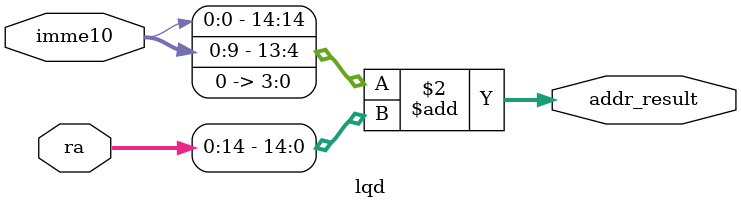
<source format=v>
module lqd(
  input [0:127] ra,
  input [0:9] imme10,

  output reg [0:14] addr_result
);

always @(*) begin
  addr_result = {imme10[0], imme10[0:9], 4'b0000} + ra[0:14];
end

endmodule
</source>
